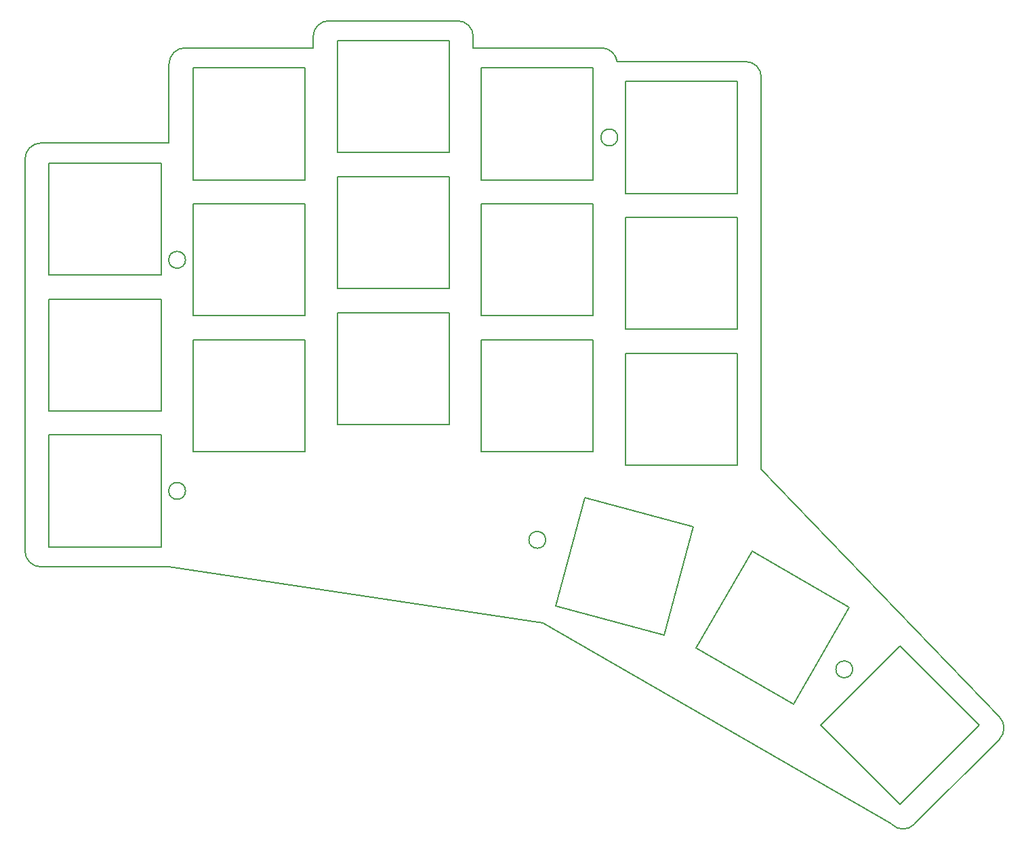
<source format=gbr>
G04 #@! TF.GenerationSoftware,KiCad,Pcbnew,5.1.5+dfsg1-2build2*
G04 #@! TF.CreationDate,2021-11-11T22:31:45+00:00*
G04 #@! TF.ProjectId,top_plate,746f705f-706c-4617-9465-2e6b69636164,VERSION_HERE*
G04 #@! TF.SameCoordinates,Original*
G04 #@! TF.FileFunction,Legend,Bot*
G04 #@! TF.FilePolarity,Positive*
%FSLAX46Y46*%
G04 Gerber Fmt 4.6, Leading zero omitted, Abs format (unit mm)*
G04 Created by KiCad (PCBNEW 5.1.5+dfsg1-2build2) date 2021-11-11 22:31:45*
%MOMM*%
%LPD*%
G04 APERTURE LIST*
G04 #@! TA.AperFunction,Profile*
%ADD10C,0.150000*%
G04 #@! TD*
G04 APERTURE END LIST*
D10*
X10000000Y-9500000D02*
X26000000Y-9500000D01*
X8000000Y-7500000D02*
X8000000Y41500000D01*
X10000000Y-9500000D02*
G75*
G02X8000000Y-7500000I0J2000000D01*
G01*
X26000000Y43500000D02*
X10000000Y43500000D01*
X8000000Y41500000D02*
G75*
G02X10000000Y43500000I2000000J0D01*
G01*
X44000000Y55400000D02*
X28000000Y55400000D01*
X26000000Y53400000D02*
G75*
G02X28000000Y55400000I2000000J0D01*
G01*
X26000000Y53400000D02*
X26000000Y43500000D01*
X64000000Y55400000D02*
X64000000Y56800000D01*
X62000000Y58800000D02*
G75*
G02X64000000Y56800000I0J-2000000D01*
G01*
X62000000Y58800000D02*
X46000000Y58800000D01*
X44000000Y56800000D02*
G75*
G02X46000000Y58800000I2000000J0D01*
G01*
X44000000Y56800000D02*
X44000000Y55400000D01*
X80000000Y55400000D02*
G75*
G02X81977391Y53699872I0J-2000000D01*
G01*
X80000000Y55400000D02*
X64000000Y55400000D01*
X100000000Y2700000D02*
X100000000Y51700000D01*
X98000000Y53700000D02*
G75*
G02X100000000Y51700000I0J-2000000D01*
G01*
X98000000Y53700000D02*
X82000000Y53700000D01*
X81977391Y53699872D02*
G75*
G02X82000000Y53700000I22609J-1999872D01*
G01*
X119117258Y-41686664D02*
G75*
G02X116288831Y-41686665I-1414214J1414213D01*
G01*
X119117258Y-41686665D02*
X129723860Y-31080063D01*
X129723859Y-28251636D02*
G75*
G02X129723860Y-31080063I-1414213J-1414214D01*
G01*
X100000000Y2700000D02*
X129723860Y-28251636D01*
X116288831Y-41686665D02*
X72707107Y-16524745D01*
X72707107Y-16524745D02*
X26000000Y-9500000D01*
X11000000Y-7000000D02*
X25000000Y-7000000D01*
X25000000Y-7000000D02*
X25000000Y7000000D01*
X25000000Y7000000D02*
X11000000Y7000000D01*
X11000000Y7000000D02*
X11000000Y-7000000D01*
X11000000Y10000000D02*
X25000000Y10000000D01*
X25000000Y10000000D02*
X25000000Y24000000D01*
X25000000Y24000000D02*
X11000000Y24000000D01*
X11000000Y24000000D02*
X11000000Y10000000D01*
X11000000Y27000000D02*
X25000000Y27000000D01*
X25000000Y27000000D02*
X25000000Y41000000D01*
X25000000Y41000000D02*
X11000000Y41000000D01*
X11000000Y41000000D02*
X11000000Y27000000D01*
X29000000Y4900000D02*
X43000000Y4900000D01*
X43000000Y4900000D02*
X43000000Y18900000D01*
X43000000Y18900000D02*
X29000000Y18900000D01*
X29000000Y18900000D02*
X29000000Y4900000D01*
X29000000Y21900000D02*
X43000000Y21900000D01*
X43000000Y21900000D02*
X43000000Y35900000D01*
X43000000Y35900000D02*
X29000000Y35900000D01*
X29000000Y35900000D02*
X29000000Y21900000D01*
X29000000Y38900000D02*
X43000000Y38900000D01*
X43000000Y38900000D02*
X43000000Y52900000D01*
X43000000Y52900000D02*
X29000000Y52900000D01*
X29000000Y52900000D02*
X29000000Y38900000D01*
X47000000Y8300000D02*
X61000000Y8300000D01*
X61000000Y8300000D02*
X61000000Y22300000D01*
X61000000Y22300000D02*
X47000000Y22300000D01*
X47000000Y22300000D02*
X47000000Y8300000D01*
X47000000Y25300000D02*
X61000000Y25300000D01*
X61000000Y25300000D02*
X61000000Y39300000D01*
X61000000Y39300000D02*
X47000000Y39300000D01*
X47000000Y39300000D02*
X47000000Y25300000D01*
X47000000Y42300000D02*
X61000000Y42300000D01*
X61000000Y42300000D02*
X61000000Y56300000D01*
X61000000Y56300000D02*
X47000000Y56300000D01*
X47000000Y56300000D02*
X47000000Y42300000D01*
X65000000Y4900000D02*
X79000000Y4900000D01*
X79000000Y4900000D02*
X79000000Y18900000D01*
X79000000Y18900000D02*
X65000000Y18900000D01*
X65000000Y18900000D02*
X65000000Y4900000D01*
X65000000Y21900000D02*
X79000000Y21900000D01*
X79000000Y21900000D02*
X79000000Y35900000D01*
X79000000Y35900000D02*
X65000000Y35900000D01*
X65000000Y35900000D02*
X65000000Y21900000D01*
X65000000Y38900000D02*
X79000000Y38900000D01*
X79000000Y38900000D02*
X79000000Y52900000D01*
X79000000Y52900000D02*
X65000000Y52900000D01*
X65000000Y52900000D02*
X65000000Y38900000D01*
X83000000Y3200000D02*
X97000000Y3200000D01*
X97000000Y3200000D02*
X97000000Y17200000D01*
X97000000Y17200000D02*
X83000000Y17200000D01*
X83000000Y17200000D02*
X83000000Y3200000D01*
X83000000Y20200000D02*
X97000000Y20200000D01*
X97000000Y20200000D02*
X97000000Y34200000D01*
X97000000Y34200000D02*
X83000000Y34200000D01*
X83000000Y34200000D02*
X83000000Y20200000D01*
X83000000Y37200000D02*
X97000000Y37200000D01*
X97000000Y37200000D02*
X97000000Y51200000D01*
X97000000Y51200000D02*
X83000000Y51200000D01*
X83000000Y51200000D02*
X83000000Y37200000D01*
X74320080Y-14368749D02*
X87843042Y-17992216D01*
X87843042Y-17992216D02*
X91466508Y-4469254D01*
X91466508Y-4469254D02*
X77943547Y-845788D01*
X77943547Y-845788D02*
X74320080Y-14368749D01*
X91868716Y-19659705D02*
X103993071Y-26659705D01*
X103993071Y-26659705D02*
X110993071Y-14535349D01*
X110993071Y-14535349D02*
X98868716Y-7535349D01*
X98868716Y-7535349D02*
X91868716Y-19659705D01*
X107449996Y-29312296D02*
X117349491Y-39211791D01*
X117349491Y-39211791D02*
X127248986Y-29312296D01*
X127248986Y-29312296D02*
X117349491Y-19412801D01*
X117349491Y-19412801D02*
X107449996Y-29312296D01*
X28050000Y28900000D02*
G75*
G03X28050000Y28900000I-1050000J0D01*
G01*
X28050000Y0D02*
G75*
G03X28050000Y0I-1050000J0D01*
G01*
X82050000Y44200000D02*
G75*
G03X82050000Y44200000I-1050000J0D01*
G01*
X73050000Y-6120000D02*
G75*
G03X73050000Y-6120000I-1050000J0D01*
G01*
X111399134Y-22311939D02*
G75*
G03X111399134Y-22311939I-1050000J0D01*
G01*
M02*

</source>
